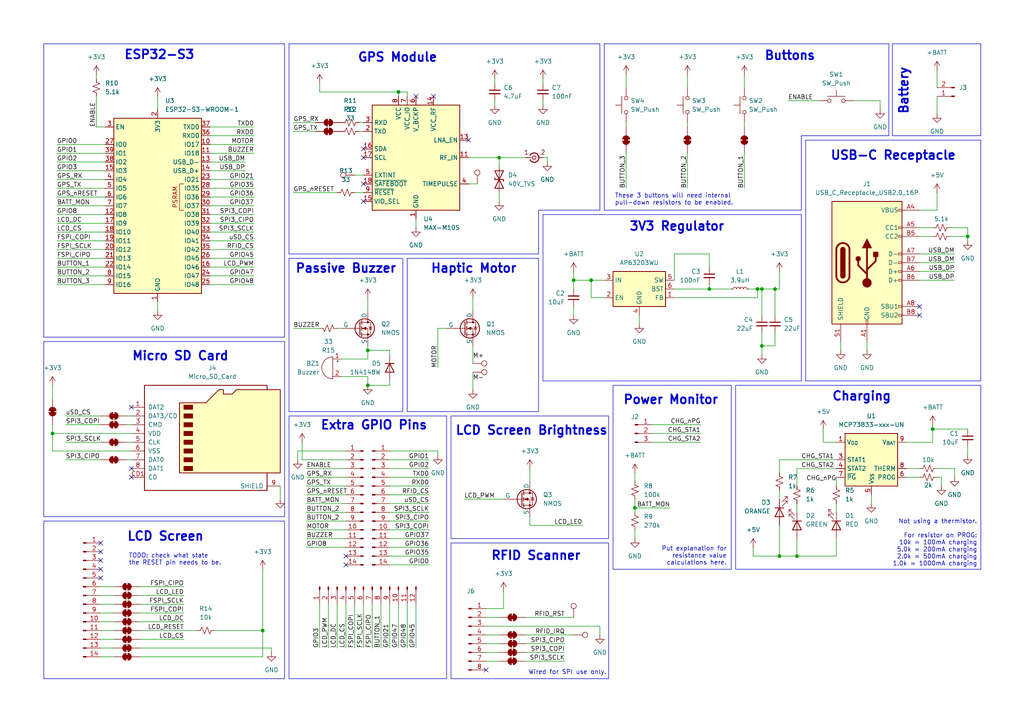
<source format=kicad_sch>
(kicad_sch (version 20250114) (generator "eeschema") (generator_version "9.0")
  (paper "A4")
  (rectangle (start 83.82 74.93) (end 116.84 119.38))
  (rectangle (start 83.82 120.65) (end 129.54 196.85))
  (rectangle (start 12.7 12.7) (end 82.55 97.79))
  (rectangle (start 213.36 111.76) (end 284.48 165.1))
  (rectangle (start 12.7 151.13) (end 82.55 196.85))
  (rectangle (start 130.81 120.65) (end 176.53 156.21))
  (rectangle (start 157.48 62.23) (end 232.41 110.49))
  (rectangle (start 130.81 157.48) (end 176.53 196.85))
  (rectangle (start 258.826 12.7) (end 284.48 39.37))
  (rectangle (start 118.11 74.93) (end 156.21 119.38))
  (rectangle (start 233.68 40.64) (end 284.48 110.49))
  (rectangle (start 177.8 111.76) (end 212.09 165.1))
  (rectangle (start 12.7 99.06) (end 82.55 149.86))
  (text "TODO: check what state\nthe RESET pin needs to be." (at 37.338 162.306 0) (effects (font (size 1.27 1.27)) (justify left)))
  (text "Passive Buzzer" (at 100.33 77.978 0) (effects (font (size 2.54 2.54) (thickness 0.508) (bold yes))))
  (text "USB-C Receptacle" (at 259.08 45.212 0) (effects (font (size 2.54 2.54) (thickness 0.508) (bold yes))))
  (text "These 3 buttons will need internal\npull-down resistors to be enabled." (at 178.308 56.134 0) (effects (font (size 1.27 1.27)) (justify left top)))
  (text "Extra GPIO Pins" (at 108.458 123.444 0) (effects (font (size 2.54 2.54) (thickness 0.508) (bold yes))))
  (text "Charging" (at 249.936 115.062 0) (effects (font (size 2.54 2.54) (thickness 0.508) (bold yes))))
  (text "LCD Screen Brightness" (at 154.178 124.968 0) (effects (font (size 2.54 2.54) (thickness 0.508) (bold yes))))
  (text "Buttons" (at 229.108 16.256 0) (effects (font (size 2.54 2.54) (thickness 0.508) (bold yes))))
  (text "RFID Scanner" (at 155.448 161.29 0) (effects (font (size 2.54 2.54) (thickness 0.508) (bold yes))))
  (text "ESP32-S3" (at 46.228 16.002 0) (effects (font (size 2.54 2.54) (thickness 0.508) (bold yes))))
  (text "3V3 Regulator" (at 196.342 65.786 0) (effects (font (size 2.54 2.54) (thickness 0.508) (bold yes))))
  (text "Power Monitor" (at 194.564 116.078 0) (effects (font (size 2.54 2.54) (thickness 0.508) (bold yes))))
  (text "Not using a thermistor.\n\nFor resistor on PROG:\n10k = 100mA charging\n5.0k = 200mA charging\n2.0k = 500mA charging\n1.0k = 1000mA charging" (at 283.464 157.48 0) (effects (font (size 1.27 1.27)) (justify right)))
  (text "Micro SD Card" (at 52.324 103.378 0) (effects (font (size 2.54 2.54) (thickness 0.508) (bold yes))))
  (text "Battery" (at 262.128 26.416 90) (effects (font (size 2.54 2.54) (thickness 0.508) (bold yes))))
  (text "Put explanation for\nresistance value\ncalculations here." (at 210.82 161.29 0) (effects (font (size 1.27 1.27)) (justify right)))
  (text "Haptic Motor" (at 137.414 77.978 0) (effects (font (size 2.54 2.54) (thickness 0.508) (bold yes))))
  (text "LCD Screen" (at 48.006 155.702 0) (effects (font (size 2.54 2.54) (thickness 0.508) (bold yes))))
  (text "Wired for SPI use only." (at 164.592 195.072 0) (effects (font (size 1.27 1.27))))
  (text "GPS Module" (at 115.316 16.764 0) (effects (font (size 2.54 2.54) (thickness 0.508) (bold yes))))
  (junction (at 171.45 81.28))
  (junction (at 106.68 111.76))
  (junction (at 220.98 100.33))
  (junction (at 144.78 45.72))
  (junction (at 15.24 125.73))
  (junction (at 280.67 68.58))
  (junction (at 219.71 83.82))
  (junction (at 224.79 83.82))
  (junction (at 76.2 182.88))
  (junction (at 231.14 161.29))
  (junction (at 184.15 147.32))
  (junction (at 106.68 101.6))
  (junction (at 270.51 124.46))
  (junction (at 115.57 26.67))
  (junction (at 205.74 83.82))
  (junction (at 166.37 81.28))
  (junction (at 226.06 161.29))
  (junction (at 220.98 83.82))
  (no_connect (at 29.21 165.1))
  (no_connect (at 29.21 162.56))
  (no_connect (at 29.21 167.64))
  (no_connect (at 100.33 163.83))
  (no_connect (at 266.7 88.9))
  (no_connect (at 140.97 194.31))
  (no_connect (at 135.89 40.64))
  (no_connect (at 105.41 45.72))
  (no_connect (at 105.41 58.42))
  (no_connect (at 105.41 43.18))
  (no_connect (at 29.21 157.48))
  (no_connect (at 38.1 138.43))
  (no_connect (at 29.21 160.02))
  (no_connect (at 266.7 91.44))
  (no_connect (at 125.73 27.94))
  (no_connect (at 38.1 135.89))
  (no_connect (at 105.41 53.34))
  (no_connect (at 38.1 118.11))
  (no_connect (at 120.65 27.94))
  (no_connect (at 100.33 161.29))
  (wire (pts (xy 238.76 128.27) (xy 242.57 128.27)))
  (wire (pts (xy 40.64 187.96) (xy 78.74 187.96)))
  (wire (pts (xy 15.24 115.57) (xy 15.24 111.76)))
  (wire (pts (xy 270.51 124.46) (xy 280.67 124.46)))
  (wire (pts (xy 60.96 49.53) (xy 71.12 49.53)))
  (wire (pts (xy 220.98 83.82) (xy 220.98 91.44)))
  (wire (pts (xy 255.27 31.75) (xy 255.27 29.21)))
  (wire (pts (xy 60.96 59.69) (xy 73.66 59.69)))
  (wire (pts (xy 60.96 44.45) (xy 73.66 44.45)))
  (wire (pts (xy 92.71 24.13) (xy 92.71 26.67)))
  (wire (pts (xy 113.03 138.43) (xy 124.46 138.43)))
  (wire (pts (xy 95.25 175.26) (xy 95.25 187.96)))
  (wire (pts (xy 88.9 148.59) (xy 100.33 148.59)))
  (wire (pts (xy 115.57 26.67) (xy 115.57 27.94)))
  (wire (pts (xy 152.4 189.23) (xy 163.83 189.23)))
  (wire (pts (xy 271.78 27.94) (xy 271.78 33.02)))
  (wire (pts (xy 231.14 135.89) (xy 242.57 135.89)))
  (wire (pts (xy 266.7 68.58) (xy 270.51 68.58)))
  (wire (pts (xy 205.74 73.66) (xy 205.74 77.47)))
  (wire (pts (xy 16.51 69.85) (xy 30.48 69.85)))
  (wire (pts (xy 29.21 172.72) (xy 33.02 172.72)))
  (wire (pts (xy 36.83 133.35) (xy 38.1 133.35)))
  (wire (pts (xy 87.63 133.35) (xy 87.63 128.27)))
  (wire (pts (xy 85.09 35.56) (xy 91.44 35.56)))
  (wire (pts (xy 60.96 67.31) (xy 73.66 67.31)))
  (wire (pts (xy 113.03 153.67) (xy 124.46 153.67)))
  (wire (pts (xy 60.96 82.55) (xy 73.66 82.55)))
  (wire (pts (xy 60.96 80.01) (xy 73.66 80.01)))
  (wire (pts (xy 189.23 125.73) (xy 203.2 125.73)))
  (wire (pts (xy 60.96 62.23) (xy 73.66 62.23)))
  (wire (pts (xy 220.98 83.82) (xy 224.79 83.82)))
  (wire (pts (xy 220.98 100.33) (xy 224.79 100.33)))
  (wire (pts (xy 195.58 73.66) (xy 205.74 73.66)))
  (wire (pts (xy 219.71 86.36) (xy 219.71 83.82)))
  (wire (pts (xy 140.97 189.23) (xy 144.78 189.23)))
  (wire (pts (xy 29.21 177.8) (xy 33.02 177.8)))
  (wire (pts (xy 215.9 44.45) (xy 215.9 54.61)))
  (wire (pts (xy 88.9 135.89) (xy 100.33 135.89)))
  (wire (pts (xy 36.83 123.19) (xy 38.1 123.19)))
  (wire (pts (xy 262.89 135.89) (xy 266.7 135.89)))
  (wire (pts (xy 113.03 130.81) (xy 127 130.81)))
  (wire (pts (xy 29.21 187.96) (xy 33.02 187.96)))
  (wire (pts (xy 118.11 26.67) (xy 115.57 26.67)))
  (wire (pts (xy 88.9 156.21) (xy 100.33 156.21)))
  (polyline (pts (xy 83.82 12.7) (xy 83.82 73.66)))
  (wire (pts (xy 271.78 20.32) (xy 271.78 25.4)))
  (wire (pts (xy 266.7 73.66) (xy 276.86 73.66)))
  (wire (pts (xy 266.7 60.96) (xy 271.78 60.96)))
  (wire (pts (xy 113.03 102.87) (xy 113.03 101.6)))
  (wire (pts (xy 19.05 133.35) (xy 29.21 133.35)))
  (wire (pts (xy 16.51 54.61) (xy 30.48 54.61)))
  (wire (pts (xy 166.37 81.28) (xy 166.37 83.82)))
  (wire (pts (xy 231.14 140.97) (xy 231.14 135.89)))
  (wire (pts (xy 113.03 151.13) (xy 124.46 151.13)))
  (wire (pts (xy 16.51 82.55) (xy 30.48 82.55)))
  (wire (pts (xy 88.9 158.75) (xy 100.33 158.75)))
  (wire (pts (xy 242.57 161.29) (xy 242.57 156.21)))
  (wire (pts (xy 270.51 128.27) (xy 262.89 128.27)))
  (wire (pts (xy 100.33 130.81) (xy 86.36 130.81)))
  (wire (pts (xy 144.78 45.72) (xy 152.4 45.72)))
  (wire (pts (xy 226.06 142.24) (xy 226.06 144.78)))
  (wire (pts (xy 27.94 36.83) (xy 30.48 36.83)))
  (wire (pts (xy 102.87 50.8) (xy 105.41 50.8)))
  (wire (pts (xy 115.57 175.26) (xy 115.57 187.96)))
  (wire (pts (xy 135.89 45.72) (xy 144.78 45.72)))
  (wire (pts (xy 113.03 161.29) (xy 124.46 161.29)))
  (wire (pts (xy 273.05 138.43) (xy 273.05 140.97)))
  (wire (pts (xy 113.03 110.49) (xy 113.03 111.76)))
  (wire (pts (xy 226.06 133.35) (xy 242.57 133.35)))
  (wire (pts (xy 242.57 146.05) (xy 242.57 148.59)))
  (wire (pts (xy 184.15 147.32) (xy 184.15 148.59)))
  (wire (pts (xy 157.48 29.21) (xy 157.48 30.48)))
  (wire (pts (xy 205.74 83.82) (xy 212.09 83.82)))
  (wire (pts (xy 226.06 137.16) (xy 226.06 133.35)))
  (wire (pts (xy 280.67 68.58) (xy 280.67 69.85)))
  (wire (pts (xy 60.96 54.61) (xy 73.66 54.61)))
  (wire (pts (xy 143.51 24.13) (xy 143.51 22.86)))
  (wire (pts (xy 105.41 175.26) (xy 105.41 187.96)))
  (wire (pts (xy 85.09 55.88) (xy 97.79 55.88)))
  (wire (pts (xy 29.21 185.42) (xy 33.02 185.42)))
  (wire (pts (xy 226.06 161.29) (xy 231.14 161.29)))
  (wire (pts (xy 175.26 86.36) (xy 171.45 86.36)))
  (wire (pts (xy 113.03 135.89) (xy 124.46 135.89)))
  (wire (pts (xy 205.74 83.82) (xy 195.58 83.82)))
  (wire (pts (xy 40.64 185.42) (xy 53.34 185.42)))
  (polyline (pts (xy 83.82 12.7) (xy 173.99 12.7)))
  (wire (pts (xy 228.6 29.21) (xy 237.49 29.21)))
  (wire (pts (xy 224.79 83.82) (xy 224.79 91.44)))
  (polyline (pts (xy 156.21 73.66) (xy 83.82 73.66)))
  (wire (pts (xy 29.21 182.88) (xy 33.02 182.88)))
  (wire (pts (xy 76.2 190.5) (xy 76.2 182.88)))
  (wire (pts (xy 36.83 120.65) (xy 38.1 120.65)))
  (wire (pts (xy 266.7 78.74) (xy 276.86 78.74)))
  (wire (pts (xy 87.63 133.35) (xy 100.33 133.35)))
  (wire (pts (xy 205.74 82.55) (xy 205.74 83.82)))
  (wire (pts (xy 81.28 140.97) (xy 81.28 144.78)))
  (wire (pts (xy 226.06 152.4) (xy 226.06 161.29)))
  (wire (pts (xy 110.49 175.26) (xy 110.49 187.96)))
  (wire (pts (xy 219.71 83.82) (xy 220.98 83.82)))
  (wire (pts (xy 60.96 57.15) (xy 73.66 57.15)))
  (polyline (pts (xy 232.41 60.96) (xy 232.41 39.37)))
  (wire (pts (xy 137.16 100.33) (xy 137.16 105.41)))
  (wire (pts (xy 113.03 163.83) (xy 124.46 163.83)))
  (wire (pts (xy 16.51 44.45) (xy 30.48 44.45)))
  (wire (pts (xy 85.09 38.1) (xy 91.44 38.1)))
  (wire (pts (xy 140.97 179.07) (xy 144.78 179.07)))
  (wire (pts (xy 152.4651 186.69) (xy 163.83 186.69)))
  (wire (pts (xy 270.51 124.46) (xy 270.51 128.27)))
  (wire (pts (xy 40.64 180.34) (xy 53.34 180.34)))
  (wire (pts (xy 127 130.81) (xy 127 132.08)))
  (wire (pts (xy 106.68 86.36) (xy 106.68 90.17)))
  (wire (pts (xy 19.05 128.27) (xy 29.21 128.27)))
  (wire (pts (xy 36.83 128.27) (xy 38.1 128.27)))
  (wire (pts (xy 153.67 152.4) (xy 153.67 149.86)))
  (wire (pts (xy 140.97 186.69) (xy 144.8451 186.69)))
  (wire (pts (xy 40.64 190.5) (xy 76.2 190.5)))
  (wire (pts (xy 113.03 143.51) (xy 124.46 143.51)))
  (wire (pts (xy 99.06 109.22) (xy 106.68 109.22)))
  (wire (pts (xy 16.51 57.15) (xy 30.48 57.15)))
  (wire (pts (xy 270.51 123.19) (xy 270.51 124.46)))
  (wire (pts (xy 144.78 45.72) (xy 144.78 48.26)))
  (wire (pts (xy 60.96 64.77) (xy 73.66 64.77)))
  (wire (pts (xy 152.3852 191.77) (xy 163.83 191.77)))
  (wire (pts (xy 60.96 74.93) (xy 73.66 74.93)))
  (wire (pts (xy 16.51 52.07) (xy 30.48 52.07)))
  (wire (pts (xy 76.2 182.88) (xy 76.2 165.1)))
  (wire (pts (xy 199.39 44.45) (xy 199.39 54.61)))
  (wire (pts (xy 106.68 109.22) (xy 106.68 111.76)))
  (wire (pts (xy 243.84 99.06) (xy 243.84 101.6)))
  (wire (pts (xy 153.67 152.4) (xy 168.91 152.4)))
  (wire (pts (xy 113.03 146.05) (xy 124.46 146.05)))
  (wire (pts (xy 15.24 125.73) (xy 15.24 123.19)))
  (wire (pts (xy 113.03 156.21) (xy 124.46 156.21)))
  (wire (pts (xy 146.05 171.45) (xy 146.05 176.53)))
  (wire (pts (xy 242.57 138.43) (xy 242.57 140.97)))
  (wire (pts (xy 158.75 45.72) (xy 158.75 46.99)))
  (wire (pts (xy 173.99 184.15) (xy 173.99 181.61)))
  (wire (pts (xy 107.95 175.26) (xy 107.95 187.96)))
  (wire (pts (xy 16.51 80.01) (xy 30.48 80.01)))
  (wire (pts (xy 140.97 181.61) (xy 173.99 181.61)))
  (wire (pts (xy 276.86 138.43) (xy 276.86 135.89)))
  (wire (pts (xy 181.61 44.45) (xy 181.61 54.61)))
  (wire (pts (xy 60.96 69.85) (xy 73.66 69.85)))
  (wire (pts (xy 189.23 128.27) (xy 203.2 128.27)))
  (wire (pts (xy 88.9 153.67) (xy 100.33 153.67)))
  (wire (pts (xy 251.46 99.06) (xy 251.46 101.6)))
  (wire (pts (xy 195.58 86.36) (xy 219.71 86.36)))
  (wire (pts (xy 217.17 83.82) (xy 219.71 83.82)))
  (wire (pts (xy 40.64 175.26) (xy 53.34 175.26)))
  (polyline (pts (xy 257.81 39.37) (xy 257.81 12.7)))
  (wire (pts (xy 29.21 180.34) (xy 33.02 180.34)))
  (polyline (pts (xy 156.21 60.96) (xy 156.21 73.66)))
  (wire (pts (xy 118.11 27.94) (xy 118.11 26.67)))
  (wire (pts (xy 218.44 161.29) (xy 226.06 161.29)))
  (wire (pts (xy 135.89 53.34) (xy 138.43 53.34)))
  (wire (pts (xy 88.9 151.13) (xy 100.33 151.13)))
  (wire (pts (xy 195.58 81.28) (xy 195.58 73.66)))
  (wire (pts (xy 113.03 158.75) (xy 124.46 158.75)))
  (wire (pts (xy 271.78 55.88) (xy 271.78 60.96)))
  (wire (pts (xy 40.64 170.18) (xy 53.34 170.18)))
  (wire (pts (xy 231.14 156.21) (xy 231.14 161.29)))
  (wire (pts (xy 88.9 146.05) (xy 100.33 146.05)))
  (wire (pts (xy 252.73 143.51) (xy 252.73 146.05)))
  (wire (pts (xy 27.94 21.59) (xy 27.94 22.86)))
  (wire (pts (xy 29.21 190.5) (xy 33.02 190.5)))
  (wire (pts (xy 166.37 81.28) (xy 171.45 81.28)))
  (wire (pts (xy 224.79 100.33) (xy 224.79 96.52)))
  (wire (pts (xy 102.87 55.88) (xy 105.41 55.88)))
  (wire (pts (xy 157.48 24.13) (xy 157.48 22.86)))
  (polyline (pts (xy 175.26 60.96) (xy 232.41 60.96)))
  (wire (pts (xy 143.51 29.21) (xy 143.51 30.48)))
  (wire (pts (xy 120.65 63.5) (xy 120.65 66.04)))
  (wire (pts (xy 104.14 38.1) (xy 105.41 38.1)))
  (wire (pts (xy 16.51 46.99) (xy 30.48 46.99)))
  (wire (pts (xy 184.15 153.67) (xy 184.15 156.21)))
  (wire (pts (xy 266.7 66.04) (xy 270.51 66.04)))
  (wire (pts (xy 184.15 137.16) (xy 184.15 139.7)))
  (polyline (pts (xy 173.99 12.7) (xy 173.99 60.96)))
  (wire (pts (xy 19.05 120.65) (xy 29.21 120.65)))
  (wire (pts (xy 104.14 35.56) (xy 105.41 35.56)))
  (wire (pts (xy 45.72 27.94) (xy 45.72 31.75)))
  (wire (pts (xy 157.48 45.72) (xy 158.75 45.72)))
  (wire (pts (xy 137.16 107.95) (xy 137.16 113.03)))
  (wire (pts (xy 16.51 59.69) (xy 30.48 59.69)))
  (wire (pts (xy 134.62 144.78) (xy 146.05 144.78)))
  (wire (pts (xy 15.24 130.81) (xy 15.24 125.73)))
  (wire (pts (xy 16.51 72.39) (xy 30.48 72.39)))
  (wire (pts (xy 78.74 187.96) (xy 78.74 189.23)))
  (wire (pts (xy 181.61 35.56) (xy 181.61 36.83)))
  (wire (pts (xy 113.03 101.6) (xy 106.68 101.6)))
  (wire (pts (xy 97.79 175.26) (xy 97.79 187.96)))
  (wire (pts (xy 60.96 46.99) (xy 71.12 46.99)))
  (wire (pts (xy 280.67 68.58) (xy 280.67 66.04)))
  (wire (pts (xy 275.59 68.58) (xy 280.67 68.58)))
  (wire (pts (xy 231.14 161.29) (xy 242.57 161.29)))
  (wire (pts (xy 60.96 41.91) (xy 73.66 41.91)))
  (wire (pts (xy 184.15 147.32) (xy 194.31 147.32)))
  (wire (pts (xy 184.15 144.78) (xy 184.15 147.32)))
  (wire (pts (xy 153.67 135.89) (xy 153.67 139.7)))
  (wire (pts (xy 271.78 138.43) (xy 273.05 138.43)))
  (wire (pts (xy 106.68 101.6) (xy 106.68 104.14)))
  (wire (pts (xy 152.3852 184.15) (xy 166.37 184.15)))
  (wire (pts (xy 40.64 182.88) (xy 57.15 182.88)))
  (wire (pts (xy 166.37 88.9) (xy 166.37 91.44)))
  (wire (pts (xy 224.79 83.82) (xy 226.06 83.82)))
  (wire (pts (xy 127 95.25) (xy 127 106.68)))
  (polyline (pts (xy 257.81 12.7) (xy 175.26 12.7)))
  (wire (pts (xy 175.26 81.28) (xy 171.45 81.28)))
  (wire (pts (xy 262.89 138.43) (xy 266.7 138.43)))
  (wire (pts (xy 266.7 76.2) (xy 276.86 76.2)))
  (wire (pts (xy 88.9 140.97) (xy 100.33 140.97)))
  (wire (pts (xy 255.27 29.21) (xy 247.65 29.21)))
  (wire (pts (xy 280.67 66.04) (xy 275.59 66.04)))
  (wire (pts (xy 129.54 95.25) (xy 127 95.25)))
  (wire (pts (xy 102.87 175.26) (xy 102.87 187.96)))
  (wire (pts (xy 199.39 35.56) (xy 199.39 36.83)))
  (wire (pts (xy 88.9 143.51) (xy 100.33 143.51)))
  (wire (pts (xy 140.97 191.77) (xy 144.7652 191.77)))
  (wire (pts (xy 15.24 125.73) (xy 38.1 125.73)))
  (wire (pts (xy 100.33 175.26) (xy 100.33 187.96)))
  (wire (pts (xy 218.44 158.75) (xy 218.44 161.29)))
  (wire (pts (xy 215.9 21.59) (xy 215.9 25.4)))
  (wire (pts (xy 113.03 111.76) (xy 106.68 111.76)))
  (wire (pts (xy 92.71 175.26) (xy 92.71 187.96)))
  (wire (pts (xy 220.98 96.52) (xy 220.98 100.33)))
  (wire (pts (xy 99.06 104.14) (xy 106.68 104.14)))
  (wire (pts (xy 266.7 81.28) (xy 276.86 81.28)))
  (wire (pts (xy 60.96 72.39) (xy 73.66 72.39)))
  (wire (pts (xy 137.16 86.36) (xy 137.16 90.17)))
  (wire (pts (xy 16.51 67.31) (xy 30.48 67.31)))
  (wire (pts (xy 85.09 95.25) (xy 92.71 95.25)))
  (wire (pts (xy 60.96 36.83) (xy 73.66 36.83)))
  (wire (pts (xy 88.9 138.43) (xy 100.33 138.43)))
  (wire (pts (xy 16.51 74.93) (xy 30.48 74.93)))
  (wire (pts (xy 166.37 81.28) (xy 166.37 78.74)))
  (polyline (pts (xy 175.26 12.7) (xy 175.26 60.96)))
  (wire (pts (xy 45.72 87.63) (xy 45.72 90.17)))
  (wire (pts (xy 29.21 175.26) (xy 33.02 175.26)))
  (wire (pts (xy 62.23 182.88) (xy 76.2 182.88)))
  (wire (pts (xy 113.03 140.97) (xy 124.46 140.97)))
  (wire (pts (xy 97.79 95.25) (xy 99.06 95.25)))
  (wire (pts (xy 29.21 170.18) (xy 33.02 170.18)))
  (wire (pts (xy 118.11 175.26) (xy 118.11 187.96)))
  (wire (pts (xy 40.64 177.8) (xy 53.34 177.8)))
  (wire (pts (xy 231.14 146.05) (xy 231.14 148.59)))
  (wire (pts (xy 152.4 179.07) (xy 166.37 179.07)))
  (wire (pts (xy 140.97 184.15) (xy 144.7652 184.15)))
  (wire (pts (xy 280.67 129.54) (xy 280.67 132.08)))
  (wire (pts (xy 181.61 21.59) (xy 181.61 25.4)))
  (wire (pts (xy 199.39 21.59) (xy 199.39 25.4)))
  (wire (pts (xy 113.03 175.26) (xy 113.03 187.96)))
  (wire (pts (xy 60.96 52.07) (xy 73.66 52.07)))
  (polyline (pts (xy 232.41 39.37) (xy 257.81 39.37)))
  (wire (pts (xy 86.36 130.81) (xy 86.36 133.35)))
  (wire (pts (xy 215.9 35.56) (xy 215.9 36.83)))
  (wire (pts (xy 120.65 175.26) (xy 120.65 187.96)))
  (wire (pts (xy 16.51 64.77) (xy 30.48 64.77)))
  (wire (pts (xy 16.51 77.47) (xy 30.48 77.47)))
  (wire (pts (xy 40.64 172.72) (xy 53.34 172.72)))
  (wire (pts (xy 27.94 27.94) (xy 27.94 36.83)))
  (wire (pts (xy 15.24 130.81) (xy 38.1 130.81)))
  (wire (pts (xy 16.51 62.23) (xy 30.48 62.23)))
  (wire (pts (xy 113.03 133.35) (xy 124.46 133.35)))
  (wire (pts (xy 106.68 100.33) (xy 106.68 101.6)))
  (wire (pts (xy 92.71 26.67) (xy 115.57 26.67)))
  (wire (pts (xy 276.86 135.89) (xy 271.78 135.89)))
  (wire (pts (xy 238.76 124.46) (xy 238.76 128.27)))
  (wire (pts (xy 171.45 86.36) (xy 171.45 81.28)))
  (wire (pts (xy 144.78 55.88) (xy 144.78 58.42)))
  (wire (pts (xy 189.23 123.19) (xy 203.2 123.19)))
  (wire (pts (xy 140.97 176.53) (xy 146.05 176.53)))
  (wire (pts (xy 60.96 77.47) (xy 73.66 77.47)))
  (wire (pts (xy 220.98 100.33) (xy 220.98 102.87)))
  (wire (pts (xy 226.06 83.82) (xy 226.06 78.74)))
  (wire (pts (xy 16.51 49.53) (xy 30.48 49.53)))
  (wire (pts (xy 16.51 41.91) (xy 30.48 41.91)))
  (wire (pts (xy 185.42 91.44) (xy 185.42 93.98)))
  (wire (pts (xy 113.03 148.59) (xy 124.46 148.59)))
  (wire (pts (xy 60.96 39.37) (xy 73.66 39.37)))
  (wire (pts (xy 19.05 123.19) (xy 29.21 123.19)))
  (polyline (pts (xy 173.99 60.96) (xy 156.21 60.96)))
  (label "FSPI_COPI" (at 53.34 177.8 180))
  (label "ENABLE" (at 27.94 36.83 90))
  (label "CHG_STA1" (at 203.2 125.73 180))
  (label "BUTTON_1" (at 110.49 187.96 90))
  (label "GPIO36" (at 124.46 158.75 180))
  (label "LCD_DC" (at 97.79 187.96 90))
  (label "SPI3_COPI" (at 73.66 62.23 180))
  (label "USB_DP" (at 276.86 81.28 180))
  (label "GPIO47" (at 115.57 187.96 90))
  (label "SPI3_SCLK" (at 19.05 128.27 0))
  (label "LCD_PWM" (at 95.25 187.96 90))
  (label "LCD_DC" (at 53.34 180.34 180))
  (label "FSPI_CIPO" (at 16.51 74.93 0))
  (label "MOTOR" (at 73.66 41.91 180))
  (label "GPS_nRESET" (at 88.9 143.51 0))
  (label "CHG_STA1" (at 232.41 133.35 0))
  (label "uSD_CS" (at 73.66 69.85 180))
  (label "GPIO2" (at 124.46 135.89 180))
  (label "FSPI_SCLK" (at 105.41 187.96 90))
  (label "LCD_PWM" (at 134.62 144.78 0))
  (label "MOTOR" (at 88.9 153.67 0))
  (label "GPIO45" (at 120.65 187.96 90))
  (label "LCD_CS" (at 16.51 67.31 0))
  (label "BUTTON_1" (at 215.9 54.61 90))
  (label "SPI3_COPI" (at 19.05 123.19 0))
  (label "SPI3_CIPO" (at 163.83 186.69 180))
  (label "LCD_DC" (at 16.51 64.77 0))
  (label "LCD_LED" (at 53.34 172.72 180))
  (label "BUZZER" (at 88.9 156.21 0))
  (label "GPS_TX" (at 85.09 38.1 0))
  (label "TXD0" (at 124.46 138.43 180))
  (label "GPS_RX" (at 88.9 138.43 0))
  (label "ENABLE" (at 88.9 135.89 0))
  (label "GPIO0" (at 16.51 41.91 0))
  (label "GPIO37" (at 73.66 59.69 180))
  (label "LCD_RESET" (at 53.34 182.88 180))
  (label "USB_DM" (at 71.12 46.99 180))
  (label "BATT_MON" (at 88.9 146.05 0))
  (label "FSPI_SCLK" (at 16.51 72.39 0))
  (label "uSD_CS" (at 19.05 120.65 0))
  (label "BATT_MON" (at 16.51 59.69 0))
  (label "SPI3_SCLK" (at 163.83 191.77 180))
  (label "RFID_RST" (at 163.83 179.07 180))
  (label "CHG_STA2" (at 232.41 135.89 0))
  (label "USB_DM" (at 276.86 73.66 180))
  (label "GPIO48" (at 118.11 187.96 90))
  (label "GPIO8" (at 16.51 62.23 0))
  (label "GPIO1" (at 124.46 133.35 180))
  (label "GPIO35" (at 124.46 161.29 180))
  (label "BUTTON_1" (at 16.51 77.47 0))
  (label "BUZZER" (at 73.66 44.45 180))
  (label "uSD_CS" (at 124.46 146.05 180))
  (label "USB_DP" (at 71.12 49.53 180))
  (label "SPI3_CIPO" (at 73.66 64.77 180))
  (label "SPI3_CIPO" (at 19.05 133.35 0))
  (label "M+" (at 137.16 104.14 0))
  (label "GPS_TX" (at 88.9 140.97 0))
  (label "GPS_TX" (at 16.51 54.61 0))
  (label "SPI3_COPI" (at 124.46 153.67 180))
  (label "FSPI_COPI" (at 102.87 187.96 90))
  (label "MOTOR" (at 127 106.68 90))
  (label "GPIO48" (at 73.66 82.55 180))
  (label "CHG_STA2" (at 203.2 128.27 180))
  (label "GPS_RX" (at 85.09 35.56 0))
  (label "FSPI_SCLK" (at 53.34 175.26 180))
  (label "USB_DP" (at 276.86 78.74 180))
  (label "SPI3_COPI" (at 163.83 189.23 180))
  (label "LCD_PWM" (at 73.66 77.47 180))
  (label "BUTTON_3" (at 16.51 82.55 0))
  (label "BUZZER" (at 85.09 95.25 0))
  (label "GPS_nRESET" (at 85.09 55.88 0))
  (label "RFID_CS" (at 73.66 72.39 180))
  (label "GPIO21" (at 73.66 52.07 180))
  (label "BUTTON_2" (at 16.51 80.01 0))
  (label "FSPI_COPI" (at 16.51 69.85 0))
  (label "GPIO3" (at 16.51 49.53 0))
  (label "BUTTON_2" (at 88.9 148.59 0))
  (label "BUTTON_3" (at 181.61 54.61 90))
  (label "SPI3_SCLK" (at 73.66 67.31 180))
  (label "M-" (at 137.16 110.49 0))
  (label "RXD0" (at 73.66 39.37 180))
  (label "RFID_IRQ" (at 163.83 184.15 180))
  (label "RXD0" (at 124.46 140.97 180))
  (label "FSPI_CIPO" (at 107.95 187.96 90))
  (label "CHG_nPG" (at 242.57 139.7 180))
  (label "GPIO3" (at 92.71 187.96 90))
  (label "LCD_CS" (at 100.33 187.96 90))
  (label "GPS_nRESET" (at 16.51 57.15 0))
  (label "GPIO47" (at 73.66 80.01 180))
  (label "GPIO2" (at 16.51 46.99 0))
  (label "FSPI_CIPO" (at 53.34 170.18 180))
  (label "GPIO36" (at 73.66 57.15 180))
  (label "GPIO21" (at 113.03 187.96 90))
  (label "USB_DM" (at 276.86 76.2 180))
  (label "ENABLE" (at 228.6 29.21 0))
  (label "GPIO35" (at 73.66 54.61 180))
  (label "CHG_nPG" (at 203.2 123.19 180))
  (label "GPIO37" (at 124.46 156.21 180))
  (label "SPI3_CIPO" (at 124.46 151.13 180))
  (label "TXD0" (at 73.66 36.83 180))
  (label "BATT_MON" (at 194.31 147.32 180))
  (label "GPIO8" (at 88.9 158.75 0))
  (label "BUTTON_2" (at 199.39 54.61 90))
  (label "GPIO45" (at 73.66 74.93 180))
  (label "LCD_LED" (at 168.91 152.4 180))
  (label "GPS_RX" (at 16.51 52.07 0))
  (label "SPI3_SCLK" (at 124.46 148.59 180))
  (label "GPIO0" (at 124.46 163.83 180))
  (label "BUTTON_2" (at 88.9 151.13 0))
  (label "RFID_CS" (at 124.46 143.51 180))
  (label "LCD_CS" (at 53.34 185.42 180))
  (label "GPIO1" (at 16.51 44.45 0))
  (symbol (lib_id "Device:LED") (at 242.57 152.4 270) (unit 1)
    (property "Reference" "D1" (at 245.11 149.5424 90) (effects (justify left)))
    (property "Value" "RED" (at 245.11 152.0824 90) (effects (justify left)))
    (property "Footprint" "Diode_SMD:D_1206_3216Metric" (effects (hide yes)))
    (property "Description" "Light emitting diode" (effects (hide yes)))
    (property "Sim.Pins" "1=K 2=A" (effects (hide yes)))
  )
  (symbol (lib_id "Device:L_Small") (at 214.63 83.82 90) (unit 1)
    (property "Reference" "L1" (at 214.63 78.74 90))
    (property "Value" "3.9uH" (at 214.63 81.28 90))
    (property "Footprint" "inductor:ABRACON ASPI-0428S-3R9M-T" (effects (hide yes)))
    (property "Description" "Inductor, small symbol" (effects (hide yes)))
  )
  (symbol (lib_id "power:GND") (at 252.73 146.05 0) (unit 1)
    (property "Reference" "#PWR010" (effects (hide yes)))
    (property "Value" "GND" (at 252.73 151.13 0))
    (property "Description" "Power symbol creates a global label with name \"GND\" , ground" (effects (hide yes)))
  )
  (symbol (lib_id "Jumper:SolderJumper_2_Bridged") (at 36.83 170.18 180) (unit 1) (in_bom no)
    (property "Reference" "JP7" (effects (hide yes)))
    (property "Value" "SolderJumper_2_Bridged" (effects (hide yes)))
    (property "Footprint" "Jumper:SolderJumper-2_P1.3mm_Bridged_RoundedPad1.0x1.5mm" (effects (hide yes)))
    (property "Description" "Solder Jumper, 2-pole, closed/bridged" (effects (hide yes)))
  )
  (symbol (lib_id "power:GND") (at 158.75 46.99 0) (unit 1)
    (property "Reference" "#PWR032" (effects (hide yes)))
    (property "Value" "GND" (at 158.75 52.07 0))
    (property "Description" "Power symbol creates a global label with name \"GND\" , ground" (effects (hide yes)))
  )
  (symbol (lib_id "Device:R_Small_US") (at 184.15 142.24 0) (unit 1)
    (property "Reference" "R8" (at 186.69 140.9699 0) (effects (justify left)))
    (property "Value" "100k" (at 186.69 143.5099 0) (effects (justify left)))
    (property "Footprint" "Resistor_SMD:R_0402_1005Metric" (effects (hide yes)))
    (property "Description" "Resistor, small US symbol" (effects (hide yes)))
  )
  (symbol (lib_id "power:+3V3") (at 146.05 171.45 0) (unit 1)
    (property "Reference" "#PWR033" (effects (hide yes)))
    (property "Value" "+3V3" (at 146.05 166.37 0))
    (property "Description" "Power symbol creates a global label with name \"+3V3\"" (effects (hide yes)))
  )
  (symbol (lib_id "Device:R_Small_US") (at 273.05 66.04 90) (unit 1)
    (property "Reference" "R1" (effects (hide yes)))
    (property "Value" "5.1k" (at 273.05 63.5 90))
    (property "Footprint" "Resistor_SMD:R_0402_1005Metric" (effects (hide yes)))
    (property "Description" "Resistor, small US symbol" (effects (hide yes)))
  )
  (symbol (lib_id "Jumper:SolderJumper_2_Bridged") (at 148.6551 186.69 180) (unit 1) (in_bom no)
    (property "Reference" "JP9" (effects (hide yes)))
    (property "Value" "SolderJumper_2_Bridged" (effects (hide yes)))
    (property "Footprint" "Jumper:SolderJumper-2_P1.3mm_Bridged_RoundedPad1.0x1.5mm" (effects (hide yes)))
    (property "Description" "Solder Jumper, 2-pole, closed/bridged" (effects (hide yes)))
  )
  (symbol (lib_id "Jumper:SolderJumper_2_Bridged") (at 33.02 133.35 180) (unit 1) (in_bom no)
    (property "Reference" "JP5" (effects (hide yes)))
    (property "Value" "SolderJumper_2_Bridged" (effects (hide yes)))
    (property "Footprint" "Jumper:SolderJumper-2_P1.3mm_Bridged_RoundedPad1.0x1.5mm" (effects (hide yes)))
    (property "Description" "Solder Jumper, 2-pole, closed/bridged" (effects (hide yes)))
  )
  (symbol (lib_id "power:+BATT") (at 270.51 123.19 0) (unit 1)
    (property "Reference" "#PWR08" (effects (hide yes)))
    (property "Value" "+BATT" (at 270.51 118.11 0))
    (property "Description" "Power symbol creates a global label with name \"+BATT\"" (effects (hide yes)))
  )
  (symbol (lib_id "Device:Buzzer") (at 96.52 106.68 0) (mirror y) (unit 1)
    (property "Reference" "BZ1" (at 92.71 105.4099 0) (effects (justify left)))
    (property "Value" "Buzzer" (at 92.71 107.9499 0) (effects (justify left)))
    (property "Footprint" "buzzer:Huaneng MLT-7525" (effects (hide yes)))
    (property "Description" "Buzzer, polarized" (effects (hide yes)))
  )
  (symbol (lib_id "power:GND") (at 86.36 133.35 0) (unit 1)
    (property "Reference" "#PWR046" (effects (hide yes)))
    (property "Value" "GND" (at 86.36 138.43 0))
    (property "Description" "Power symbol creates a global label with name \"GND\" , ground" (effects (hide yes)))
  )
  (symbol (lib_id "Jumper:SolderJumper_2_Bridged") (at 36.83 190.5 180) (unit 1) (in_bom no)
    (property "Reference" "JP19" (effects (hide yes)))
    (property "Value" "SolderJumper_2_Bridged" (effects (hide yes)))
    (property "Footprint" "Jumper:SolderJumper-2_P1.3mm_Bridged_RoundedPad1.0x1.5mm" (effects (hide yes)))
    (property "Description" "Solder Jumper, 2-pole, closed/bridged" (effects (hide yes)))
  )
  (symbol (lib_id "power:+3V3") (at 45.72 27.94 0) (unit 1)
    (property "Reference" "#PWR022" (effects (hide yes)))
    (property "Value" "+3V3" (at 45.72 22.86 0))
    (property "Description" "Power symbol creates a global label with name \"+3V3\"" (effects (hide yes)))
  )
  (symbol (lib_id "Connector:Conn_01x03_Pin") (at 184.15 125.73 0) (unit 1) (in_bom no)
    (property "Reference" "J2" (at 184.15 120.904 0))
    (property "Value" "Conn_01x03_Pin" (effects (hide yes)))
    (property "Footprint" "Connector_PinHeader_2.54mm:PinHeader_1x03_P2.54mm_Vertical" (effects (hide yes)))
    (property "Description" "Generic connector, single row, 01x03, script generated" (effects (hide yes)))
  )
  (symbol (lib_id "Jumper:SolderJumper_2_Bridged") (at 215.9 40.64 270) (unit 1) (in_bom no)
    (property "Reference" "JP24" (effects (hide yes)))
    (property "Value" "SolderJumper_2_Bridged" (effects (hide yes)))
    (property "Footprint" "Jumper:SolderJumper-2_P1.3mm_Bridged_RoundedPad1.0x1.5mm" (effects (hide yes)))
    (property "Description" "Solder Jumper, 2-pole, closed/bridged" (effects (hide yes)))
  )
  (symbol (lib_id "power:GND") (at 120.65 66.04 0) (unit 1)
    (property "Reference" "#PWR031" (effects (hide yes)))
    (property "Value" "GND" (at 120.65 71.12 0))
    (property "Description" "Power symbol creates a global label with name \"GND\" , ground" (effects (hide yes)))
  )
  (symbol (lib_id "Device:C_Small") (at 280.67 127 0) (mirror y) (unit 1)
    (property "Reference" "C1" (at 278.13 125.7362 0) (effects (justify left)))
    (property "Value" "10uF" (at 278.13 128.2762 0) (effects (justify left)))
    (property "Footprint" "Capacitor_SMD:C_0603_1608Metric" (effects (hide yes)))
    (property "Description" "Unpolarized capacitor, small symbol" (effects (hide yes)))
  )
  (symbol (lib_id "Jumper:SolderJumper_2_Bridged") (at 36.83 182.88 180) (unit 1) (in_bom no)
    (property "Reference" "JP16" (effects (hide yes)))
    (property "Value" "SolderJumper_2_Bridged" (effects (hide yes)))
    (property "Footprint" "Jumper:SolderJumper-2_P1.3mm_Bridged_RoundedPad1.0x1.5mm" (effects (hide yes)))
    (property "Description" "Solder Jumper, 2-pole, closed/bridged" (effects (hide yes)))
  )
  (symbol (lib_id "Connector:TestPoint") (at 137.16 107.95 270) (unit 1) (in_bom no)
    (property "Reference" "TP4" (effects (hide yes)))
    (property "Value" "TestPoint" (effects (hide yes)))
    (property "Footprint" "TestPoint:TestPoint_Pad_D2.0mm" (effects (hide yes)))
    (property "Description" "test point" (effects (hide yes)))
  )
  (symbol (lib_id "Device:R_Small_US") (at 269.24 135.89 90) (unit 1)
    (property "Reference" "R3" (effects (hide yes)))
    (property "Value" "10k" (at 269.24 133.35 90))
    (property "Footprint" "Resistor_SMD:R_0402_1005Metric" (effects (hide yes)))
    (property "Description" "Resistor, small US symbol" (effects (hide yes)))
  )
  (symbol (lib_id "power:+3V3") (at 76.2 165.1 0) (unit 1)
    (property "Reference" "#PWR044" (effects (hide yes)))
    (property "Value" "+3V3" (at 76.2 160.02 0))
    (property "Description" "Power symbol creates a global label with name \"+3V3\"" (effects (hide yes)))
  )
  (symbol (lib_id "Jumper:SolderJumper_2_Bridged") (at 36.83 185.42 180) (unit 1) (in_bom no)
    (property "Reference" "JP17" (effects (hide yes)))
    (property "Value" "SolderJumper_2_Bridged" (effects (hide yes)))
    (property "Footprint" "Jumper:SolderJumper-2_P1.3mm_Bridged_RoundedPad1.0x1.5mm" (effects (hide yes)))
    (property "Description" "Solder Jumper, 2-pole, closed/bridged" (effects (hide yes)))
  )
  (symbol (lib_id "Device:D_TVS") (at 144.78 52.07 90) (unit 1)
    (property "Reference" "D4" (at 147.32 50.7999 90) (effects (justify right)))
    (property "Value" "40V_TVS" (at 147.32 53.3399 90) (effects (justify right)))
    (property "Footprint" "Diode_SMD:D_0402_1005Metric" (effects (hide yes)))
    (property "Description" "Bidirectional transient-voltage-suppression diode" (effects (hide yes)))
  )
  (symbol (lib_id "power:+5V") (at 218.44 158.75 0) (unit 1)
    (property "Reference" "#PWR011" (effects (hide yes)))
    (property "Value" "+5V" (at 218.44 153.67 0))
    (property "Description" "Power symbol creates a global label with name \"+5V\"" (effects (hide yes)))
  )
  (symbol (lib_id "Device:C_Small") (at 224.79 93.98 0) (unit 1)
    (property "Reference" "C5" (at 227.33 92.7162 0) (effects (justify left)))
    (property "Value" "22uF" (at 227.33 95.2562 0) (effects (justify left)))
    (property "Footprint" "Capacitor_SMD:C_0603_1608Metric" (effects (hide yes)))
    (property "Description" "Unpolarized capacitor, small symbol" (effects (hide yes)))
  )
  (symbol (lib_id "Simulation_SPICE:NMOS") (at 134.62 95.25 0) (unit 1)
    (property "Reference" "Q1" (at 140.97 93.9799 0) (effects (justify left)))
    (property "Value" "NMOS" (at 140.97 96.5199 0) (effects (justify left)))
    (property "Footprint" "Package_TO_SOT_SMD:SOT-23" (effects (hide yes)))
    (property "Datasheet" "https://ngspice.sourceforge.io/docs/ngspice-html-manual/manual.xhtml#cha_MOSFETs" (effects (hide yes)))
    (property "Description" "N-MOSFET transistor, drain/source/gate" (effects (hide yes)))
    (property "Sim.Device" "NMOS" (effects (hide yes)))
    (property "Sim.Type" "VDMOS" (effects (hide yes)))
    (property "Sim.Pins" "1=D 2=G 3=S" (effects (hide yes)))
  )
  (symbol (lib_id "power:GND") (at 271.78 33.02 0) (unit 1)
    (property "Reference" "#PWR014" (effects (hide yes)))
    (property "Value" "GND" (at 271.78 38.1 0))
    (property "Description" "Power symbol creates a global label with name \"GND\" , ground" (effects (hide yes)))
  )
  (symbol (lib_id "Device:R_Small_US") (at 27.94 25.4 0) (unit 1)
    (property "Reference" "R10" (at 30.48 24.1299 0) (effects (justify left)))
    (property "Value" "5.1k" (at 30.48 26.6699 0) (effects (justify left)))
    (property "Footprint" "Resistor_SMD:R_0402_1005Metric" (effects (hide yes)))
    (property "Description" "Resistor, small US symbol" (effects (hide yes)))
  )
  (symbol (lib_id "power:GND") (at 78.74 189.23 0) (unit 1)
    (property "Reference" "#PWR045" (effects (hide yes)))
    (property "Value" "GND" (at 78.74 194.31 0))
    (property "Description" "Power symbol creates a global label with name \"GND\" , ground" (effects (hide yes)))
  )
  (symbol (lib_id "Device:R_Small_US") (at 95.25 95.25 90) (mirror x) (unit 1)
    (property "Reference" "R15" (at 95.25 101.6 90))
    (property "Value" "33" (at 95.25 99.06 90))
    (property "Footprint" "Resistor_SMD:R_0402_1005Metric" (effects (hide yes)))
    (property "Description" "Resistor, small US symbol" (effects (hide yes)))
  )
  (symbol (lib_id "Jumper:SolderJumper_2_Bridged") (at 36.83 180.34 180) (unit 1) (in_bom no)
    (property "Reference" "JP15" (effects (hide yes)))
    (property "Value" "SolderJumper_2_Bridged" (effects (hide yes)))
    (property "Footprint" "Jumper:SolderJumper-2_P1.3mm_Bridged_RoundedPad1.0x1.5mm" (effects (hide yes)))
    (property "Description" "Solder Jumper, 2-pole, closed/bridged" (effects (hide yes)))
  )
  (symbol (lib_id "Device:LED") (at 226.06 148.59 90) (mirror x) (unit 1)
    (property "Reference" "D3" (at 223.52 145.7324 90) (effects (justify left)))
    (property "Value" "ORANGE" (at 223.52 148.2724 90) (effects (justify left)))
    (property "Footprint" "Diode_SMD:D_1206_3216Metric" (effects (hide yes)))
    (property "Description" "Light emitting diode" (effects (hide yes)))
    (property "Sim.Pins" "1=K 2=A" (effects (hide yes)))
  )
  (symbol (lib_id "Device:R_Small_US") (at 269.24 138.43 90) (unit 1)
    (property "Reference" "R4" (effects (hide yes)))
    (property "Value" "2k" (at 269.24 140.716 90))
    (property "Footprint" "Resistor_SMD:R_0402_1005Metric" (effects (hide yes)))
    (property "Description" "Resistor, small US symbol" (effects (hide yes)))
  )
  (symbol (lib_id "power:+BATT") (at 166.37 78.74 0) (unit 1)
    (property "Reference" "#PWR016" (effects (hide yes)))
    (property "Value" "+BATT" (at 166.37 73.66 0))
    (property "Description" "Power symbol creates a global label with name \"+BATT\"" (effects (hide yes)))
  )
  (symbol (lib_id "Jumper:SolderJumper_2_Bridged") (at 36.83 187.96 180) (unit 1) (in_bom no)
    (property "Reference" "JP18" (effects (hide yes)))
    (property "Value" "SolderJumper_2_Bridged" (effects (hide yes)))
    (property "Footprint" "Jumper:SolderJumper-2_P1.3mm_Bridged_RoundedPad1.0x1.5mm" (effects (hide yes)))
    (property "Description" "Solder Jumper, 2-pole, closed/bridged" (effects (hide yes)))
  )
  (symbol (lib_id "Jumper:SolderJumper_2_Bridged") (at 36.83 172.72 180) (unit 1) (in_bom no)
    (property "Reference" "JP12" (effects (hide yes)))
    (property "Value" "SolderJumper_2_Bridged" (effects (hide yes)))
    (property "Footprint" "Jumper:SolderJumper-2_P1.3mm_Bridged_RoundedPad1.0x1.5mm" (effects (hide yes)))
    (property "Description" "Solder Jumper, 2-pole, closed/bridged" (effects (hide yes)))
  )
  (symbol (lib_id "Device:C_Small") (at 166.37 86.36 0) (mirror x) (unit 1)
    (property "Reference" "C2" (at 163.83 85.0835 0) (effects (justify right)))
    (property "Value" "10uF" (at 163.83 87.6235 0) (effects (justify right)))
    (property "Footprint" "Capacitor_SMD:C_0603_1608Metric" (effects (hide yes)))
    (property "Description" "Unpolarized capacitor, small symbol" (effects (hide yes)))
  )
  (symbol (lib_id "Device:R_Small_US") (at 100.33 55.88 90) (unit 1)
    (property "Reference" "R13" (at 100.33 49.53 90))
    (property "Value" "33" (at 100.33 52.07 90))
    (property "Footprint" "Resistor_SMD:R_0402_1005Metric" (effects (hide yes)))
    (property "Description" "Resistor, small US symbol" (effects (hide yes)))
  )
  (symbol (lib_id "Switch:SW_Push") (at 181.61 30.48 90) (unit 1)
    (property "Reference" "SW4" (at 182.88 29.2099 90) (effects (justify right)))
    (property "Value" "SW_Push" (at 182.88 31.7499 90) (effects (justify right)))
    (property "Footprint" "push-button:Korean Hroparts Elec K2-1157SP-I4SW-01" (effects (hide yes)))
    (property "Description" "Push button switch, generic, two pins" (effects (hide yes)))
  )
  (symbol (lib_id "RF_Module:ESP32-S3-WROOM-1") (at 45.72 59.69 0) (unit 1)
    (property "Reference" "U3" (at 47.8633 29.21 0) (effects (justify left)))
    (property "Value" "ESP32-S3-WROOM-1" (at 47.8633 31.75 0) (effects (justify left)))
    (property "Footprint" "RF_Module:ESP32-S3-WROOM-1" (effects (hide yes)))
    (property "Datasheet" "https://www.espressif.com/sites/default/files/documentation/esp32-s3-wroom-1_wroom-1u_datasheet_en.pdf" (effects (hide yes)))
    (property "Description" "RF Module, ESP32-S3 SoC, Wi-Fi 802.11b/g/n, Bluetooth, BLE, 32-bit, 3.3V, onboard antenna, SMD" (effects (hide yes)))
  )
  (symbol (lib_id "Device:R_Small_US") (at 184.15 151.13 0) (unit 1)
    (property "Reference" "R9" (at 186.69 149.8599 0) (effects (justify left)))
    (property "Value" "270k" (at 186.69 152.3999 0) (effects (justify left)))
    (property "Footprint" "Resistor_SMD:R_0402_1005Metric" (effects (hide yes)))
    (property "Description" "Resistor, small US symbol" (effects (hide yes)))
  )
  (symbol (lib_id "power:GND") (at 220.98 102.87 0) (unit 1)
    (property "Reference" "#PWR020" (effects (hide yes)))
    (property "Value" "GND" (at 220.98 107.95 0))
    (property "Description" "Power symbol creates a global label with name \"GND\" , ground" (effects (hide yes)))
  )
  (symbol (lib_id "Jumper:SolderJumper_2_Bridged") (at 36.83 175.26 180) (unit 1) (in_bom no)
    (property "Reference" "JP13" (effects (hide yes)))
    (property "Value" "SolderJumper_2_Bridged" (effects (hide yes)))
    (property "Footprint" "Jumper:SolderJumper-2_P1.3mm_Bridged_RoundedPad1.0x1.5mm" (effects (hide yes)))
    (property "Description" "Solder Jumper, 2-pole, closed/bridged" (effects (hide yes)))
  )
  (symbol (lib_id "Connector:Conn_01x14_Pin") (at 24.13 172.72 0) (unit 1) (in_bom no)
    (property "Reference" "J9" (effects (hide yes)))
    (property "Value" "Conn_01x14_Pin" (effects (hide yes)))
    (property "Footprint" "Connector_PinHeader_2.54mm:PinHeader_1x14_P2.54mm_Vertical" (effects (hide yes)))
    (property "Description" "Generic connector, single row, 01x14, script generated" (effects (hide yes)))
  )
  (symbol (lib_id "power:+3V3") (at 137.16 86.36 0) (unit 1)
    (property "Reference" "#PWR036" (effects (hide yes)))
    (property "Value" "+3V3" (at 137.16 81.28 0))
    (property "Description" "Power symbol creates a global label with name \"+3V3\"" (effects (hide yes)))
  )
  (symbol (lib_id "Connector:Conn_01x08_Pin") (at 135.89 184.15 0) (unit 1) (in_bom no)
    (property "Reference" "J6" (at 136.525 171.45 0))
    (property "Value" "Conn_01x08_Pin" (effects (hide yes)))
    (property "Footprint" "Connector_PinHeader_2.54mm:PinHeader_1x08_P2.54mm_Vertical" (effects (hide yes)))
    (property "Description" "Generic connector, single row, 01x08, script generated" (effects (hide yes)))
  )
  (symbol (lib_id "power:GND") (at 255.27 31.75 0) (unit 1)
    (property "Reference" "#PWR024" (effects (hide yes)))
    (property "Value" "GND" (at 255.27 36.83 0))
    (property "Description" "Power symbol creates a global label with name \"GND\" , ground" (effects (hide yes)))
  )
  (symbol (lib_id "Jumper:SolderJumper_2_Bridged") (at 148.59 189.23 180) (unit 1) (in_bom no)
    (property "Reference" "JP10" (effects (hide yes)))
    (property "Value" "SolderJumper_2_Bridged" (effects (hide yes)))
    (property "Footprint" "Jumper:SolderJumper-2_P1.3mm_Bridged_RoundedPad1.0x1.5mm" (effects (hide yes)))
    (property "Description" "Solder Jumper, 2-pole, closed/bridged" (effects (hide yes)))
  )
  (symbol (lib_id "Connector:TestPoint") (at 138.43 53.34 0) (unit 1) (in_bom no)
    (property "Reference" "TP2" (effects (hide yes)))
    (property "Value" "TestPoint" (effects (hide yes)))
    (property "Footprint" "TestPoint:TestPoint_Pad_D2.0mm" (effects (hide yes)))
    (property "Description" "test point" (effects (hide yes)))
  )
  (symbol (lib_id "power:GND") (at 173.99 184.15 0) (unit 1)
    (property "Reference" "#PWR034" (effects (hide yes)))
    (property "Value" "GND" (at 173.99 189.23 0))
    (property "Description" "Power symbol creates a global label with name \"GND\" , ground" (effects (hide yes)))
  )
  (symbol (lib_id "Connector:Conn_01x12_Pin") (at 105.41 170.18 90) (mirror x) (unit 1) (in_bom no)
    (property "Reference" "J10" (effects (hide yes)))
    (property "Value" "Conn_01x12_Pin" (effects (hide yes)))
    (property "Footprint" "Connector_PinHeader_2.54mm:PinHeader_1x12_P2.54mm_Vertical" (effects (hide yes)))
    (property "Description" "Generic connector, single row, 01x12, script generated" (effects (hide yes)))
  )
  (symbol (lib_id "Regulator_Switching:AP63203WU") (at 185.42 83.82 0) (unit 1)
    (property "Reference" "U2" (at 185.42 73.66 0))
    (property "Value" "AP63203WU" (at 185.42 76.2 0))
    (property "Footprint" "Package_TO_SOT_SMD:TSOT-23-6" (effects (hide yes)))
    (property "Datasheet" "https://www.diodes.com/assets/Datasheets/AP63200-AP63201-AP63203-AP63205.pdf" (effects (hide yes)))
    (property "Description" "2A, 1.1MHz Buck DC/DC Converter, fixed 3.3V output voltage, TSOT-23-6" (effects (hide yes)))
  )
  (symbol (lib_id "Device:R_Small_US") (at 273.05 68.58 90) (unit 1)
    (property "Reference" "R2" (effects (hide yes)))
    (property "Value" "5.1k" (effects (hide yes)))
    (property "Footprint" "Resistor_SMD:R_0402_1005Metric" (effects (hide yes)))
    (property "Description" "Resistor, small US symbol" (effects (hide yes)))
  )
  (symbol (lib_id "power:GND") (at 81.28 144.78 0) (unit 1)
    (property "Reference" "#PWR029" (effects (hide yes)))
    (property "Value" "GND" (effects (hide yes)))
    (property "Description" "Power symbol creates a global label with name \"GND\" , ground" (effects (hide yes)))
  )
  (symbol (lib_id "Device:R_Small_US") (at 59.69 182.88 90) (unit 1)
    (property "Reference" "R14" (at 59.69 176.53 90))
    (property "Value" "10k" (at 59.69 179.07 90))
    (property "Footprint" "Resistor_SMD:R_0402_1005Metric" (effects (hide yes)))
    (property "Description" "Resistor, small US symbol" (effects (hide yes)))
  )
  (symbol (lib_id "Device:C_Small") (at 157.48 26.67 0) (unit 1)
    (property "Reference" "C7" (at 160.02 25.4062 0) (effects (justify left)))
    (property "Value" "100nF" (at 160.02 27.9462 0) (effects (justify left)))
    (property "Footprint" "Capacitor_SMD:C_0603_1608Metric" (effects (hide yes)))
    (property "Description" "Unpolarized capacitor, small symbol" (effects (hide yes)))
  )
  (symbol (lib_id "Device:LED") (at 231.14 152.4 270) (unit 1)
    (property "Reference" "D2" (at 233.68 149.5424 90) (effects (justify left)))
    (property "Value" "GREEN" (at 233.68 152.0824 90) (effects (justify left)))
    (property "Footprint" "Diode_SMD:D_1206_3216Metric" (effects (hide yes)))
    (property "Description" "Light emitting diode" (effects (hide yes)))
    (property "Sim.Pins" "1=K 2=A" (effects (hide yes)))
  )
  (symbol (lib_id "Device:C_Small") (at 220.98 93.98 0) (mirror y) (unit 1)
    (property "Reference" "C4" (at 218.44 92.7162 0) (effects (justify left)))
    (property "Value" "22uF" (at 218.44 95.2562 0) (effects (justify left)))
    (property "Footprint" "Capacitor_SMD:C_0603_1608Metric" (effects (hide yes)))
    (property "Description" "Unpolarized capacitor, small symbol" (effects (hide yes)))
  )
  (symbol (lib_id "Device:R_Small_US") (at 231.14 143.51 180) (unit 1)
    (property "Reference" "R6" (at 233.68 142.2399 0) (effects (justify right)))
    (property "Value" "1k" (at 233.68 144.7799 0) (effects (justify right)))
    (property "Footprint" "Resistor_SMD:R_0402_1005Metric" (effects (hide yes)))
    (property "Description" "Resistor, small US symbol" (effects (hide yes)))
  )
  (symbol (lib_id "Switch:SW_Push") (at 242.57 29.21 0) (unit 1)
    (property "Reference" "SW1" (at 242.57 21.59 0))
    (property "Value" "SW_Push" (at 242.57 24.13 0))
    (property "Footprint" "push-button:Korean Hroparts Elec K2-1157SP-I4SW-01" (effects (hide yes)))
    (property "Description" "Push button switch, generic, two pins" (effects (hide yes)))
  )
  (symbol (lib_id "Connector:Conn_01x14_Pin") (at 105.41 146.05 0) (mirror y) (unit 1) (in_bom no)
    (property "Reference" "J8" (effects (hide yes)))
    (property "Value" "Conn_01x14_Pin" (effects (hide yes)))
    (property "Footprint" "Connector_PinHeader_2.54mm:PinHeader_1x14_P2.54mm_Vertical" (effects (hide yes)))
    (property "Description" "Generic connector, single row, 01x14, script generated" (effects (hide yes)))
  )
  (symbol (lib_id "power:+3V3") (at 226.06 78.74 0) (unit 1)
    (property "Reference" "#PWR017" (effects (hide yes)))
    (property "Value" "+3V3" (at 226.06 73.66 0))
    (property "Description" "Power symbol creates a global label with name \"+3V3\"" (effects (hide yes)))
  )
  (symbol (lib_id "power:GND") (at 143.51 30.48 0) (unit 1)
    (property "Reference" "#PWR040" (effects (hide yes)))
    (property "Value" "GND" (at 143.51 35.56 0))
    (property "Description" "Power symbol creates a global label with name \"GND\" , ground" (effects (hide yes)))
  )
  (symbol (lib_id "power:GND") (at 127 132.08 0) (unit 1)
    (property "Reference" "#PWR047" (effects (hide yes)))
    (property "Value" "GND" (at 127 137.16 0))
    (property "Description" "Power symbol creates a global label with name \"GND\" , ground" (effects (hide yes)))
  )
  (symbol (lib_id "power:+3V3") (at 143.51 22.86 0) (unit 1)
    (property "Reference" "#PWR041" (effects (hide yes)))
    (property "Value" "+3V3" (at 143.51 17.78 0))
    (property "Description" "Power symbol creates a global label with name \"+3V3\"" (effects (hide yes)))
  )
  (symbol (lib_id "power:GND") (at 144.78 58.42 0) (unit 1)
    (property "Reference" "#PWR039" (effects (hide yes)))
    (property "Value" "GND" (at 144.78 63.5 0))
    (property "Description" "Power symbol creates a global label with name \"GND\" , ground" (effects (hide yes)))
  )
  (symbol (lib_id "power:GND") (at 273.05 140.97 0) (unit 1)
    (property "Reference" "#PWR07" (effects (hide yes)))
    (property "Value" "GND" (at 273.05 146.05 0))
    (property "Description" "Power symbol creates a global label with name \"GND\" , ground" (effects (hide yes)))
  )
  (symbol (lib_id "Device:C_Small") (at 205.74 80.01 0) (mirror y) (unit 1)
    (property "Reference" "C3" (at 203.2 78.7462 0) (effects (justify left)))
    (property "Value" "100nF" (at 203.2 81.2862 0) (effects (justify left)))
    (property "Footprint" "Capacitor_SMD:C_0603_1608Metric" (effects (hide yes)))
    (property "Description" "Unpolarized capacitor, small symbol" (effects (hide yes)))
  )
  (symbol (lib_id "Connector:TestPoint") (at 102.87 50.8 90) (unit 1) (in_bom no)
    (property "Reference" "TP1" (effects (hide yes)))
    (property "Value" "TestPoint" (effects (hide yes)))
    (property "Footprint" "TestPoint:TestPoint_Pad_D2.0mm" (effects (hide yes)))
    (property "Description" "test point" (effects (hide yes)))
  )
  (symbol (lib_id "Connector:Conn_01x02_Pin") (at 276.86 27.94 180) (unit 1) (in_bom no)
    (property "Reference" "J3" (at 278.13 25.3999 0) (effects (justify right)))
    (property "Value" "Conn_01x02_Pin" (effects (hide yes)))
    (property "Footprint" "Connector_AMASS:AMASS_XT30UPB-M_1x02_P5.0mm_Vertical" (effects (hide yes)))
    (property "Description" "Generic connector, single row, 01x02, script generated" (effects (hide yes)))
  )
  (symbol (lib_id "Jumper:SolderJumper_2_Bridged") (at 95.25 35.56 180) (unit 1) (in_bom no)
    (property "Reference" "JP21" (effects (hide yes)))
    (property "Value" "SolderJumper_2_Bridged" (effects (hide yes)))
    (property "Footprint" "Jumper:SolderJumper-2_P1.3mm_Bridged_RoundedPad1.0x1.5mm" (effects (hide yes)))
    (property "Description" "Solder Jumper, 2-pole, closed/bridged" (effects (hide yes)))
  )
  (symbol (lib_id "Switch:SW_Push") (at 199.39 30.48 90) (unit 1)
    (property "Reference" "SW3" (at 200.66 29.2099 90) (effects (justify right)))
    (property "Value" "SW_Push" (at 200.66 31.7499 90) (effects (justify right)))
    (property "Footprint" "push-button:Korean Hroparts Elec K2-1157SP-I4SW-01" (effects (hide yes)))
    (property "Description" "Push button switch, generic, two pins" (effects (hide yes)))
  )
  (symbol (lib_id "Connector:USB_C_Receptacle_USB2.0_16P") (at 251.46 76.2 0) (unit 1)
    (property "Reference" "J1" (at 251.46 53.34 0))
    (property "Value" "USB_C_Receptacle_USB2.0_16P" (at 251.46 55.88 0))
    (property "Footprint" "Connector_USB:USB_C_Receptacle_G-Switch_GT-USB-7010ASV" (effects (hide yes)))
    (property "Datasheet" "https://www.usb.org/sites/default/files/documents/usb_type-c.zip" (effects (hide yes)))
    (property "Description" "USB 2.0-only 16P Type-C Receptacle connector" (effects (hide yes)))
  )
  (symbol (lib_id "Diode:1N4148W") (at 113.03 106.68 90) (mirror x) (unit 1)
    (property "Reference" "D5" (at 110.49 105.4099 90) (effects (justify left)))
    (property "Value" "1N4148W" (at 110.49 107.9499 90) (effects (justify left)))
    (property "Footprint" "Diode_SMD:D_SOD-123" (effects (hide yes)))
    (property "Datasheet" "https://www.vishay.com/docs/85748/1n4148w.pdf" (effects (hide yes)))
    (property "Description" "75V 0.15A Fast Switching Diode, SOD-123" (effects (hide yes)))
    (property "Sim.Device" "D" (effects (hide yes)))
    (property "Sim.Pins" "1=K 2=A" (effects (hide yes)))
  )
  (symbol (lib_id "Simulation_SPICE:NMOS") (at 151.13 144.78 0) (unit 1)
    (property "Reference" "Q3" (at 157.48 143.5099 0) (effects (justify left)))
    (property "Value" "NMOS" (at 157.48 146.0499 0) (effects (justify left)))
    (property "Footprint" "Package_TO_SOT_SMD:SOT-23" (effects (hide yes)))
    (property "Datasheet" "https://ngspice.sourceforge.io/docs/ngspice-html-manual/manual.xhtml#cha_MOSFETs" (effects (hide yes)))
    (property "Description" "N-MOSFET transistor, drain/source/gate" (effects (hide yes)))
    (property "Sim.Device" "NMOS" (effects (hide yes)))
    (property "Sim.Type" "VDMOS" (effects (hide yes)))
    (property "Sim.Pins" "1=D 2=G 3=S" (effects (hide yes)))
  )
  (symbol (lib_id "power:+5V") (at 271.78 55.88 0) (unit 1)
    (property "Reference" "#PWR02" (effects (hide yes)))
    (property "Value" "+5V" (at 271.78 50.8 0))
    (property "Description" "Power symbol creates a global label with name \"+5V\"" (effects (hide yes)))
  )
  (symbol (lib_id "Jumper:SolderJumper_2_Bridged") (at 15.24 119.38 90) (unit 1) (in_bom no)
    (property "Reference" "JP2" (effects (hide yes)))
    (property "Value" "SolderJumper_2_Bridged" (effects (hide yes)))
    (property "Footprint" "Jumper:SolderJumper-2_P1.3mm_Bridged_RoundedPad1.0x1.5mm" (effects (hide yes)))
    (property "Description" "Solder Jumper, 2-pole, closed/bridged" (effects (hide yes)))
  )
  (symbol (lib_id "Jumper:SolderJumper_2_Bridged") (at 199.39 40.64 270) (unit 1) (in_bom no)
    (property "Reference" "JP23" (effects (hide yes)))
    (property "Value" "SolderJumper_2_Bridged" (effects (hide yes)))
    (property "Footprint" "Jumper:SolderJumper-2_P1.3mm_Bridged_RoundedPad1.0x1.5mm" (effects (hide yes)))
    (property "Description" "Solder Jumper, 2-pole, closed/bridged" (effects (hide yes)))
  )
  (symbol (lib_id "power:GND") (at 185.42 93.98 0) (unit 1)
    (property "Reference" "#PWR018" (effects (hide yes)))
    (property "Value" "GND" (at 185.42 99.06 0))
    (property "Description" "Power symbol creates a global label with name \"GND\" , ground" (effects (hide yes)))
  )
  (symbol (lib_id "power:GND") (at 280.67 69.85 0) (unit 1)
    (property "Reference" "#PWR01" (effects (hide yes)))
    (property "Value" "GND" (at 280.67 74.93 0))
    (property "Description" "Power symbol creates a global label with name \"GND\" , ground" (effects (hide yes)))
  )
  (symbol (lib_id "power:GND") (at 184.15 156.21 0) (unit 1)
    (property "Reference" "#PWR013" (effects (hide yes)))
    (property "Value" "GND" (at 184.15 161.29 0))
    (property "Description" "Power symbol creates a global label with name \"GND\" , ground" (effects (hide yes)))
  )
  (symbol (lib_id "Connector:TestPoint") (at 166.37 184.15 270) (unit 1) (in_bom no)
    (property "Reference" "TP6" (effects (hide yes)))
    (property "Value" "TestPoint" (effects (hide yes)))
    (property "Footprint" "TestPoint:TestPoint_Pad_D2.0mm" (effects (hide yes)))
    (property "Description" "test point" (effects (hide yes)))
  )
  (symbol (lib_id "Jumper:SolderJumper_2_Bridged") (at 148.5752 184.15 180) (unit 1) (in_bom no)
    (property "Reference" "JP8" (effects (hide yes)))
    (property "Value" "SolderJumper_2_Bridged" (effects (hide yes)))
    (property "Footprint" "Jumper:SolderJumper-2_P1.3mm_Bridged_RoundedPad1.0x1.5mm" (effects (hide yes)))
    (property "Description" "Solder Jumper, 2-pole, closed/bridged" (effects (hide yes)))
  )
  (symbol (lib_id "power:+3V3") (at 15.24 111.76 0) (unit 1)
    (property "Reference" "#PWR028" (effects (hide yes)))
    (property "Value" "+3V3" (at 15.24 106.68 0))
    (property "Description" "Power symbol creates a global label with name \"+3V3\"" (effects (hide yes)))
  )
  (symbol (lib_id "Connector:Conn_01x14_Pin") (at 107.95 146.05 0) (unit 1) (in_bom no)
    (property "Reference" "J7" (effects (hide yes)))
    (property "Value" "Conn_01x14_Pin" (effects (hide yes)))
    (property "Footprint" "Connector_PinHeader_2.54mm:PinHeader_1x14_P2.54mm_Vertical" (effects (hide yes)))
    (property "Description" "Generic connector, single row, 01x14, script generated" (effects (hide yes)))
  )
  (symbol (lib_id "power:GND") (at 166.37 91.44 0) (unit 1)
    (property "Reference" "#PWR019" (effects (hide yes)))
    (property "Value" "GND" (at 166.37 96.52 0))
    (property "Description" "Power symbol creates a global label with name \"GND\" , ground" (effects (hide yes)))
  )
  (symbol (lib_id "power:+3V3") (at 106.68 86.36 0) (unit 1)
    (property "Reference" "#PWR035" (effects (hide yes)))
    (property "Value" "+3V3" (at 106.68 81.28 0))
    (property "Description" "Power symbol creates a global label with name \"+3V3\"" (effects (hide yes)))
  )
  (symbol (lib_id "Jumper:SolderJumper_2_Bridged") (at 148.59 179.07 180) (unit 1) (in_bom no)
    (property "Reference" "JP6" (effects (hide yes)))
    (property "Value" "SolderJumper_2_Bridged" (effects (hide yes)))
    (property "Footprint" "Jumper:SolderJumper-2_P1.3mm_Bridged_RoundedPad1.0x1.5mm" (effects (hide yes)))
    (property "Description" "Solder Jumper, 2-pole, closed/bridged" (effects (hide yes)))
  )
  (symbol (lib_id "Connector:Micro_SD_Card") (at 60.96 125.73 0) (unit 1)
    (property "Reference" "J4" (at 61.595 106.68 0))
    (property "Value" "Micro_SD_Card" (at 61.595 109.22 0))
    (property "Footprint" "microSD-Card:TF-01A" (effects (hide yes)))
    (property "Datasheet" "https://www.we-online.com/components/products/datasheet/693072010801.pdf" (effects (hide yes)))
    (property "Description" "Micro SD Card Socket" (effects (hide yes)))
  )
  (symbol (lib_id "power:+3V3") (at 199.39 21.59 0) (unit 1)
    (property "Reference" "#PWR026" (effects (hide yes)))
    (property "Value" "+3V3" (at 199.39 16.51 0))
    (property "Description" "Power symbol creates a global label with name \"+3V3\"" (effects (hide yes)))
  )
  (symbol (lib_id "power:+BATT") (at 184.15 137.16 0) (unit 1)
    (property "Reference" "#PWR012" (effects (hide yes)))
    (property "Value" "+BATT" (at 184.15 132.08 0))
    (property "Description" "Power symbol creates a global label with name \"+BATT\"" (effects (hide yes)))
  )
  (symbol (lib_id "power:GND") (at 276.86 138.43 0) (unit 1)
    (property "Reference" "#PWR05" (effects (hide yes)))
    (property "Value" "GND" (at 276.86 143.51 0))
    (property "Description" "Power symbol creates a global label with name \"GND\" , ground" (effects (hide yes)))
  )
  (symbol (lib_id "Device:R_Small_US") (at 242.57 143.51 180) (unit 1)
    (property "Reference" "R5" (at 245.11 142.2399 0) (effects (justify right)))
    (property "Value" "1k" (at 245.11 144.7799 0) (effects (justify right)))
    (property "Footprint" "Resistor_SMD:R_0402_1005Metric" (effects (hide yes)))
    (property "Description" "Resistor, small US symbol" (effects (hide yes)))
  )
  (symbol (lib_id "power:+3V3") (at 181.61 21.59 0) (unit 1)
    (property "Reference" "#PWR025" (effects (hide yes)))
    (property "Value" "+3V3" (at 181.61 16.51 0))
    (property "Description" "Power symbol creates a global label with name \"+3V3\"" (effects (hide yes)))
  )
  (symbol (lib_id "Device:C_Small") (at 143.51 26.67 0) (unit 1)
    (property "Reference" "C6" (at 146.05 25.4062 0) (effects (justify left)))
    (property "Value" "4.7uF" (at 146.05 27.9462 0) (effects (justify left)))
    (property "Footprint" "Capacitor_SMD:C_0603_1608Metric" (effects (hide yes)))
    (property "Description" "Unpolarized capacitor, small symbol" (effects (hide yes)))
  )
  (symbol (lib_id "power:GND") (at 137.16 113.03 0) (unit 1)
    (property "Reference" "#PWR037" (effects (hide yes)))
    (property "Value" "GND" (at 137.16 118.11 0))
    (property "Description" "Power symbol creates a global label with name \"GND\" , ground" (effects (hide yes)))
  )
  (symbol (lib_id "power:GND") (at 45.72 90.17 0) (unit 1)
    (property "Reference" "#PWR023" (effects (hide yes)))
    (property "Value" "GND" (at 45.72 95.25 0))
    (property "Description" "Power symbol creates a global label with name \"GND\" , ground" (effects (hide yes)))
  )
  (symbol (lib_id "power:+3V3") (at 215.9 21.59 0) (unit 1)
    (property "Reference" "#PWR027" (effects (hide yes)))
    (property "Value" "+3V3" (at 215.9 16.51 0))
    (property "Description" "Power symbol creates a global label with name \"+3V3\"" (effects (hide yes)))
  )
  (symbol (lib_id "Jumper:SolderJumper_2_Bridged") (at 33.02 123.19 180) (unit 1) (in_bom no)
    (property "Reference" "JP3" (effects (hide yes)))
    (property "Value" "SolderJumper_2_Bridged" (effects (hide yes)))
    (property "Footprint" "Jumper:SolderJumper-2_P1.3mm_Bridged_RoundedPad1.0x1.5mm" (effects (hide yes)))
    (property "Description" "Solder Jumper, 2-pole, closed/bridged" (effects (hide yes)))
  )
  (symbol (lib_id "power:GND") (at 106.68 111.76 0) (unit 1)
    (property "Reference" "#PWR038" (effects (hide yes)))
    (property "Value" "GND" (at 106.68 116.84 0))
    (property "Description" "Power symbol creates a global label with name \"GND\" , ground" (effects (hide yes)))
  )
  (symbol (lib_id "Connector:Conn_Coaxial_Small") (at 154.94 45.72 0) (unit 1)
    (property "Reference" "J5" (effects (hide yes)))
    (property "Value" "Conn_Coaxial_Small" (effects (hide yes)))
    (property "Footprint" "Connector_Coaxial:U.FL_Hirose_U.FL-R-SMT-1_Vertical" (effects (hide yes)))
    (property "Description" "small coaxial connector (BNC, SMA, SMB, SMC, Cinch/RCA, LEMO, ...)" (effects (hide yes)))
  )
  (symbol (lib_id "Device:R_Small_US") (at 101.6 38.1 90) (unit 1)
    (property "Reference" "R12" (at 101.6 31.75 90))
    (property "Value" "33" (at 101.6 34.29 90))
    (property "Footprint" "Resistor_SMD:R_0402_1005Metric" (effects (hide yes)))
    (property "Description" "Resistor, small US symbol" (effects (hide yes)))
  )
  (symbol (lib_id "power:+3V3") (at 157.48 22.86 0) (unit 1)
    (property "Reference" "#PWR042" (effects (hide yes)))
    (property "Value" "+3V3" (at 157.48 17.78 0))
    (property "Description" "Power symbol creates a global label with name \"+3V3\"" (effects (hide yes)))
  )
  (symbol (lib_id "Connector:TestPoint") (at 137.16 105.41 270) (unit 1) (in_bom no)
    (property "Reference" "TP3" (effects (hide yes)))
    (property "Value" "TestPoint" (effects (hide yes)))
    (property "Footprint" "TestPoint:TestPoint_Pad_D2.0mm" (effects (hide yes)))
    (property "Description" "test point" (effects (hide yes)))
  )
  (symbol (lib_id "RF_GPS:MAX-M10S") (at 120.65 45.72 0) (unit 1)
    (property "Reference" "U4" (at 122.7933 63.5 0) (effects (justify left)))
    (property "Value" "MAX-M10S" (at 122.7933 66.04 0) (effects (justify left)))
    (property "Footprint" "RF_GPS:ublox_MAX" (effects (hide yes)))
    (property "Datasheet" "https://content.u-blox.com/sites/default/files/MAX-M10S_DataSheet_UBX-20035208.pdf" (effects (hide yes)))
    (property "Description" "GNSS Module MAX M10, VCC 1.65V to 3.6V" (effects (hide yes)))
  )
  (symbol (lib_id "power:GND") (at 280.67 132.08 0) (unit 1)
    (property "Reference" "#PWR09" (effects (hide yes)))
    (property "Value" "GND" (at 280.67 137.16 0))
    (property "Description" "Power symbol creates a global label with name \"GND\" , ground" (effects (hide yes)))
  )
  (symbol (lib_id "Jumper:SolderJumper_2_Bridged") (at 181.61 40.64 270) (unit 1) (in_bom no)
    (property "Reference" "JP22" (effects (hide yes)))
    (property "Value" "SolderJumper_2_Bridged" (effects (hide yes)))
    (property "Footprint" "Jumper:SolderJumper-2_P1.3mm_Bridged_RoundedPad1.0x1.5mm" (effects (hide yes)))
    (property "Description" "Solder Jumper, 2-pole, closed/bridged" (effects (hide yes)))
  )
  (symbol (lib_id "Device:R_Small_US") (at 226.06 139.7 0) (unit 1)
    (property "Reference" "R7" (at 228.6 138.4299 0) (effects (justify left)))
    (property "Value" "1k" (at 228.6 140.9699 0) (effects (justify left)))
    (property "Footprint" "Resistor_SMD:R_0402_1005Metric" (effects (hide yes)))
    (property "Description" "Resistor, small US symbol" (effects (hide yes)))
  )
  (symbol (lib_id "power:GND") (at 157.48 30.48 0) (unit 1)
    (property "Reference" "#PWR043" (effects (hide yes)))
    (property "Value" "GND" (at 157.48 35.56 0))
    (property "Description" "Power symbol creates a global label with name \"GND\" , ground" (effects (hide yes)))
  )
  (symbol (lib_id "Battery_Management:MCP73833-xxx-UN") (at 252.73 133.35 0) (unit 1)
    (property "Reference" "U1" (at 252.73 120.65 0))
    (property "Value" "MCP73833-xxx-UN" (at 252.73 123.19 0))
    (property "Footprint" "Package_SO:MSOP-10_3x3mm_P0.5mm" (effects (hide yes)))
    (property "Datasheet" "https://ww1.microchip.com/downloads/aemDocuments/documents/OTH/ProductDocuments/DataSheets/22005b.pdf" (effects (hide yes)))
    (property "Description" "Stand-Alone Linear Li-Ion / Li-Polymer Charge Management Controller, MSOP-10" (effects (hide yes)))
  )
  (symbol (lib_id "Jumper:SolderJumper_2_Bridged") (at 95.25 38.1 180) (unit 1) (in_bom no)
    (property "Reference" "JP20" (effects (hide yes)))
    (property "Value" "SolderJumper_2_Bridged" (effects (hide yes)))
    (property "Footprint" "Jumper:SolderJumper-2_P1.3mm_Bridged_RoundedPad1.0x1.5mm" (effects (hide yes)))
    (property "Description" "Solder Jumper, 2-pole, closed/bridged" (effects (hide yes)))
  )
  (symbol (lib_id "power:+5V") (at 238.76 124.46 0) (unit 1)
    (property "Reference" "#PWR06" (effects (hide yes)))
    (property "Value" "+5V" (at 238.76 119.38 0))
    (property "Description" "Power symbol creates a global label with name \"+5V\"" (effects (hide yes)))
  )
  (symbol (lib_id "Simulation_SPICE:NMOS") (at 104.14 95.25 0) (unit 1)
    (property "Reference" "Q2" (at 110.49 93.9799 0) (effects (justify left)))
    (property "Value" "NMOS" (at 110.49 96.5199 0) (effects (justify left)))
    (property "Footprint" "Package_TO_SOT_SMD:SOT-23" (effects (hide yes)))
    (property "Datasheet" "https://ngspice.sourceforge.io/docs/ngspice-html-manual/manual.xhtml#cha_MOSFETs" (effects (hide yes)))
    (property "Description" "N-MOSFET transistor, drain/source/gate" (effects (hide yes)))
    (property "Sim.Device" "NMOS" (effects (hide yes)))
    (property "Sim.Type" "VDMOS" (effects (hide yes)))
    (property "Sim.Pins" "1=D 2=G 3=S" (effects (hide yes)))
  )
  (symbol (lib_id "Jumper:SolderJumper_2_Bridged") (at 33.02 128.27 180) (unit 1) (in_bom no)
    (property "Reference" "JP4" (effects (hide yes)))
    (property "Value" "SolderJumper_2_Bridged" (effects (hide yes)))
    (property "Footprint" "Jumper:SolderJumper-2_P1.3mm_Bridged_RoundedPad1.0x1.5mm" (effects (hide yes)))
    (property "Description" "Solder Jumper, 2-pole, closed/bridged" (effects (hide yes)))
  )
  (symbol (lib_id "power:GND") (at 243.84 101.6 0) (unit 1)
    (property "Reference" "#PWR04" (effects (hide yes)))
    (property "Value" "GND" (at 243.84 106.68 0))
    (property "Description" "Power symbol creates a global label with name \"GND\" , ground" (effects (hide yes)))
  )
  (symbol (lib_id "power:+3V3") (at 27.94 21.59 0) (unit 1)
    (property "Reference" "#PWR021" (effects (hide yes)))
    (property "Value" "+3V3" (at 27.94 16.51 0))
    (property "Description" "Power symbol creates a global label with name \"+3V3\"" (effects (hide yes)))
  )
  (symbol (lib_id "Connector:TestPoint") (at 166.37 179.07 0) (unit 1) (in_bom no)
    (property "Reference" "TP5" (effects (hide yes)))
    (property "Value" "TestPoint" (effects (hide yes)))
    (property "Footprint" "TestPoint:TestPoint_Pad_D2.0mm" (effects (hide yes)))
    (property "Description" "test point" (effects (hide yes)))
  )
  (symbol (lib_id "Jumper:SolderJumper_2_Bridged") (at 148.5752 191.77 180) (unit 1) (in_bom no)
    (property "Reference" "JP11" (effects (hide yes)))
    (property "Value" "SolderJumper_2_Bridged" (effects (hide yes)))
    (property "Footprint" "Jumper:SolderJumper-2_P1.3mm_Bridged_RoundedPad1.0x1.5mm" (effects (hide yes)))
    (property "Description" "Solder Jumper, 2-pole, closed/bridged" (effects (hide yes)))
  )
  (symbol (lib_id "power:+BATT") (at 271.78 20.32 0) (unit 1)
    (property "Reference" "#PWR015" (effects (hide yes)))
    (property "Value" "+BATT" (at 271.78 15.24 0))
    (property "Description" "Power symbol creates a global label with name \"+BATT\"" (effects (hide yes)))
  )
  (symbol (lib_id "power:+3V3") (at 92.71 24.13 0) (unit 1)
    (property "Reference" "#PWR030" (effects (hide yes)))
    (property "Value" "+3V3" (at 92.71 19.05 0))
    (property "Description" "Power symbol creates a global label with name \"+3V3\"" (effects (hide yes)))
  )
  (symbol (lib_id "Jumper:SolderJumper_2_Bridged") (at 33.02 120.65 180) (unit 1) (in_bom no)
    (property "Reference" "JP1" (effects (hide yes)))
    (property "Value" "SolderJumper_2_Bridged" (effects (hide yes)))
    (property "Footprint" "Jumper:SolderJumper-2_P1.3mm_Bridged_RoundedPad1.0x1.5mm" (effects (hide yes)))
    (property "Description" "Solder Jumper, 2-pole, closed/bridged" (effects (hide yes)))
  )
  (symbol (lib_id "power:+3V3") (at 87.63 128.27 0) (unit 1)
    (property "Reference" "#PWR048" (effects (hide yes)))
    (property "Value" "+3V3" (at 87.63 123.19 0))
    (property "Description" "Power symbol creates a global label with name \"+3V3\"" (effects (hide yes)))
  )
  (symbol (lib_id "Switch:SW_Push") (at 215.9 30.48 90) (unit 1)
    (property "Reference" "SW2" (at 217.17 29.2099 90) (effects (justify right)))
    (property "Value" "SW_Push" (at 217.17 31.7499 90) (effects (justify right)))
    (property "Footprint" "push-button:Korean Hroparts Elec K2-1157SP-I4SW-01" (effects (hide yes)))
    (property "Description" "Push button switch, generic, two pins" (effects (hide yes)))
  )
  (symbol (lib_id "power:GND") (at 251.46 101.6 0) (unit 1)
    (property "Reference" "#PWR03" (effects (hide yes)))
    (property "Value" "GND" (at 251.46 106.68 0))
    (property "Description" "Power symbol creates a global label with name \"GND\" , ground" (effects (hide yes)))
  )
  (symbol (lib_id "Device:R_Small_US") (at 101.6 35.56 90) (unit 1)
    (property "Reference" "R11" (at 101.6 29.21 90))
    (property "Value" "33" (at 101.6 31.75 90))
    (property "Footprint" "Resistor_SMD:R_0402_1005Metric" (effects (hide yes)))
    (property "Description" "Resistor, small US symbol" (effects (hide yes)))
  )
  (symbol (lib_id "Jumper:SolderJumper_2_Bridged") (at 36.83 177.8 180) (unit 1) (in_bom no)
    (property "Reference" "JP14" (effects (hide yes)))
    (property "Value" "SolderJumper_2_Bridged" (effects (hide yes)))
    (property "Footprint" "Jumper:SolderJumper-2_P1.3mm_Bridged_RoundedPad1.0x1.5mm" (effects (hide yes)))
    (property "Description" "Solder Jumper, 2-pole, closed/bridged" (effects (hide yes)))
  )
  (symbol (lib_id "power:+3V3") (at 153.67 135.89 0) (unit 1)
    (property "Reference" "#PWR049" (effects (hide yes)))
    (property "Value" "+3V3" (at 153.67 130.81 0))
    (property "Description" "Power symbol creates a global label with name \"+3V3\"" (effects (hide yes)))
  )
)
</source>
